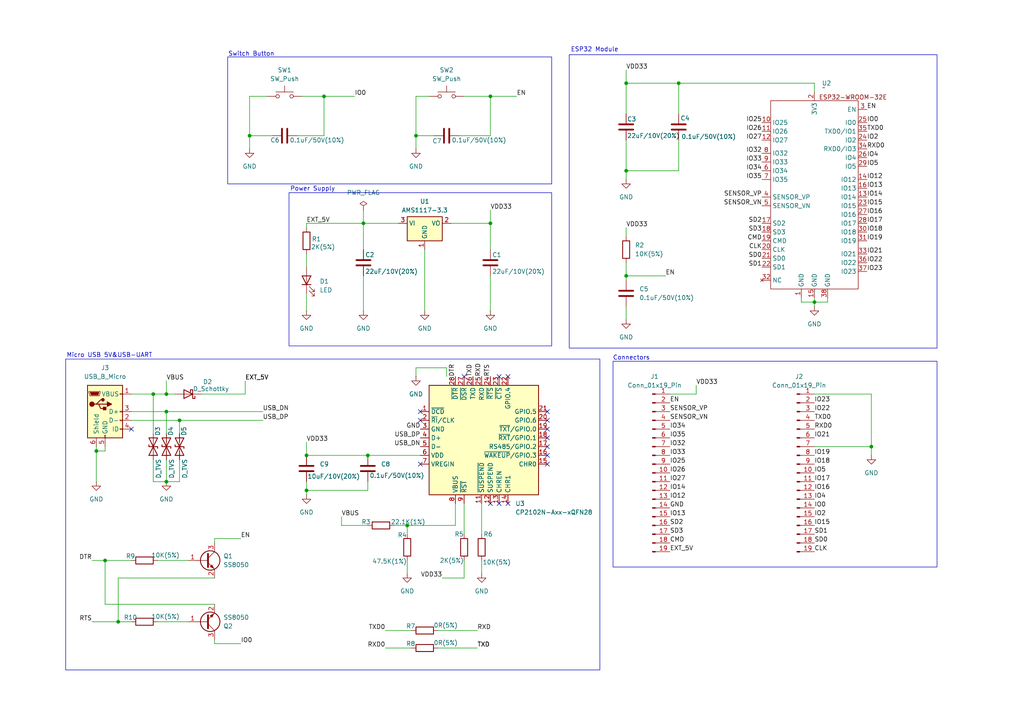
<source format=kicad_sch>
(kicad_sch (version 20250114) (generator "eeschema") (generator_version "9.0")
  (paper "A4")
  (lib_symbols
    (symbol "Connector:Conn_01x19_Pin" (pin_names (offset 1.016) (hide yes))
      (property "Reference" "J" (at 0 25.4 0))
      (property "Value" "Conn_01x19_Pin" (at 0 -25.4 0))
      (symbol "Conn_01x19_Pin_1_1"
        (rectangle (start 0.8636 22.987) (end 0 22.733) (stroke (width 0.1524)) (fill (type outline)))
        (rectangle (start 0.8636 20.447) (end 0 20.193) (stroke (width 0.1524)) (fill (type outline)))
        (rectangle (start 0.8636 17.907) (end 0 17.653) (stroke (width 0.1524)) (fill (type outline)))
        (rectangle (start 0.8636 15.367) (end 0 15.113) (stroke (width 0.1524)) (fill (type outline)))
        (rectangle (start 0.8636 12.827) (end 0 12.573) (stroke (width 0.1524)) (fill (type outline)))
        (rectangle (start 0.8636 10.287) (end 0 10.033) (stroke (width 0.1524)) (fill (type outline)))
        (rectangle (start 0.8636 7.747) (end 0 7.493) (stroke (width 0.1524)) (fill (type outline)))
        (rectangle (start 0.8636 5.207) (end 0 4.953) (stroke (width 0.1524)) (fill (type outline)))
        (rectangle (start 0.8636 2.667) (end 0 2.413) (stroke (width 0.1524)) (fill (type outline)))
        (rectangle (start 0.8636 0.127) (end 0 -0.127) (stroke (width 0.1524)) (fill (type outline)))
        (rectangle (start 0.8636 -2.413) (end 0 -2.667) (stroke (width 0.1524)) (fill (type outline)))
        (rectangle (start 0.8636 -4.953) (end 0 -5.207) (stroke (width 0.1524)) (fill (type outline)))
        (rectangle (start 0.8636 -7.493) (end 0 -7.747) (stroke (width 0.1524)) (fill (type outline)))
        (rectangle (start 0.8636 -10.033) (end 0 -10.287) (stroke (width 0.1524)) (fill (type outline)))
        (rectangle (start 0.8636 -12.573) (end 0 -12.827) (stroke (width 0.1524)) (fill (type outline)))
        (rectangle (start 0.8636 -15.113) (end 0 -15.367) (stroke (width 0.1524)) (fill (type outline)))
        (rectangle (start 0.8636 -17.653) (end 0 -17.907) (stroke (width 0.1524)) (fill (type outline)))
        (rectangle (start 0.8636 -20.193) (end 0 -20.447) (stroke (width 0.1524)) (fill (type outline)))
        (rectangle (start 0.8636 -22.733) (end 0 -22.987) (stroke (width 0.1524)) (fill (type outline)))
        (polyline (pts (xy 1.27 22.86) (xy 0.8636 22.86)) (stroke (width 0.1524)))
        (polyline (pts (xy 1.27 20.32) (xy 0.8636 20.32)) (stroke (width 0.1524)))
        (polyline (pts (xy 1.27 17.78) (xy 0.8636 17.78)) (stroke (width 0.1524)))
        (polyline (pts (xy 1.27 15.24) (xy 0.8636 15.24)) (stroke (width 0.1524)))
        (polyline (pts (xy 1.27 12.7) (xy 0.8636 12.7)) (stroke (width 0.1524)))
        (polyline (pts (xy 1.27 10.16) (xy 0.8636 10.16)) (stroke (width 0.1524)))
        (polyline (pts (xy 1.27 7.62) (xy 0.8636 7.62)) (stroke (width 0.1524)))
        (polyline (pts (xy 1.27 5.08) (xy 0.8636 5.08)) (stroke (width 0.1524)))
        (polyline (pts (xy 1.27 2.54) (xy 0.8636 2.54)) (stroke (width 0.1524)))
        (polyline (pts (xy 1.27 0) (xy 0.8636 0)) (stroke (width 0.1524)))
        (polyline (pts (xy 1.27 -2.54) (xy 0.8636 -2.54)) (stroke (width 0.1524)))
        (polyline (pts (xy 1.27 -5.08) (xy 0.8636 -5.08)) (stroke (width 0.1524)))
        (polyline (pts (xy 1.27 -7.62) (xy 0.8636 -7.62)) (stroke (width 0.1524)))
        (polyline (pts (xy 1.27 -10.16) (xy 0.8636 -10.16)) (stroke (width 0.1524)))
        (polyline (pts (xy 1.27 -12.7) (xy 0.8636 -12.7)) (stroke (width 0.1524)))
        (polyline (pts (xy 1.27 -15.24) (xy 0.8636 -15.24)) (stroke (width 0.1524)))
        (polyline (pts (xy 1.27 -17.78) (xy 0.8636 -17.78)) (stroke (width 0.1524)))
        (polyline (pts (xy 1.27 -20.32) (xy 0.8636 -20.32)) (stroke (width 0.1524)))
        (polyline (pts (xy 1.27 -22.86) (xy 0.8636 -22.86)) (stroke (width 0.1524)))
        (pin passive line (at 5.08 22.86 180) (length 3.81) (name "Pin_1") (number "1"))
        (pin passive line (at 5.08 20.32 180) (length 3.81) (name "Pin_2") (number "2"))
        (pin passive line (at 5.08 17.78 180) (length 3.81) (name "Pin_3") (number "3"))
        (pin passive line (at 5.08 15.24 180) (length 3.81) (name "Pin_4") (number "4"))
        (pin passive line (at 5.08 12.7 180) (length 3.81) (name "Pin_5") (number "5"))
        (pin passive line (at 5.08 10.16 180) (length 3.81) (name "Pin_6") (number "6"))
        (pin passive line (at 5.08 7.62 180) (length 3.81) (name "Pin_7") (number "7"))
        (pin passive line (at 5.08 5.08 180) (length 3.81) (name "Pin_8") (number "8"))
        (pin passive line (at 5.08 2.54 180) (length 3.81) (name "Pin_9") (number "9"))
        (pin passive line (at 5.08 0 180) (length 3.81) (name "Pin_10") (number "10"))
        (pin passive line (at 5.08 -2.54 180) (length 3.81) (name "Pin_11") (number "11"))
        (pin passive line (at 5.08 -5.08 180) (length 3.81) (name "Pin_12") (number "12"))
        (pin passive line (at 5.08 -7.62 180) (length 3.81) (name "Pin_13") (number "13"))
        (pin passive line (at 5.08 -10.16 180) (length 3.81) (name "Pin_14") (number "14"))
        (pin passive line (at 5.08 -12.7 180) (length 3.81) (name "Pin_15") (number "15"))
        (pin passive line (at 5.08 -15.24 180) (length 3.81) (name "Pin_16") (number "16"))
        (pin passive line (at 5.08 -17.78 180) (length 3.81) (name "Pin_17") (number "17"))
        (pin passive line (at 5.08 -20.32 180) (length 3.81) (name "Pin_18") (number "18"))
        (pin passive line (at 5.08 -22.86 180) (length 3.81) (name "Pin_19") (number "19"))
      )
    )
    (symbol "Connector:USB_B_Micro" (pin_names (offset 1.016))
      (property "Reference" "J" (at -5.08 11.43 0))
      (property "Value" "USB_B_Micro" (at -5.08 8.89 0))
      (symbol "USB_B_Micro_0_1"
        (rectangle (start -5.08 -7.62) (end 5.08 7.62) (stroke (width 0.254)) (fill (type background)))
        (polyline (pts (xy -4.699 5.842) (xy -4.699 5.588) (xy -4.445 4.826) (xy -4.445 4.572) (xy -1.651 4.572) (xy -1.651 4.826) (xy -1.397 5.588) (xy -1.397 5.842) (xy -4.699 5.842)))
        (polyline (pts (xy -4.318 5.588) (xy -1.778 5.588) (xy -2.032 4.826) (xy -4.064 4.826) (xy -4.318 5.588)) (fill (type outline)))
        (circle (center -3.81 2.159) (radius 0.635) (stroke (width 0.254)) (fill (type outline)))
        (polyline (pts (xy -3.175 2.159) (xy -2.54 2.159) (xy -1.27 3.429) (xy -0.635 3.429)) (stroke (width 0.254)))
        (polyline (pts (xy -2.54 2.159) (xy -1.905 2.159) (xy -1.27 0.889) (xy 0 0.889)) (stroke (width 0.254)))
        (polyline (pts (xy -1.905 2.159) (xy 0.635 2.159)) (stroke (width 0.254)))
        (circle (center -0.635 3.429) (radius 0.381) (stroke (width 0.254)) (fill (type outline)))
        (rectangle (start -0.127 -7.62) (end 0.127 -6.858))
        (rectangle (start 0.254 1.27) (end -0.508 0.508) (stroke (width 0.254)) (fill (type outline)))
        (polyline (pts (xy 0.635 2.794) (xy 0.635 1.524) (xy 1.905 2.159) (xy 0.635 2.794)) (stroke (width 0.254)) (fill (type outline)))
        (rectangle (start 5.08 4.953) (end 4.318 5.207))
        (rectangle (start 5.08 -0.127) (end 4.318 0.127))
        (rectangle (start 5.08 -2.667) (end 4.318 -2.413))
        (rectangle (start 5.08 -5.207) (end 4.318 -4.953))
      )
      (symbol "USB_B_Micro_1_1"
        (pin passive line (at -2.54 -10.16 90) (length 2.54) (name "Shield") (number "6"))
        (pin power_out line (at 0 -10.16 90) (length 2.54) (name "GND") (number "5"))
        (pin power_out line (at 7.62 5.08 180) (length 2.54) (name "VBUS") (number "1"))
        (pin bidirectional line (at 7.62 0 180) (length 2.54) (name "D+") (number "3"))
        (pin bidirectional line (at 7.62 -2.54 180) (length 2.54) (name "D-") (number "2"))
        (pin passive line (at 7.62 -5.08 180) (length 2.54) (name "ID") (number "4"))
      )
    )
    (symbol "Device:C" (pin_numbers (hide yes)) (pin_names (offset 0.254))
      (property "Reference" "C" (at 0.635 2.54 0))
      (property "Value" "C" (at 0.635 -2.54 0))
      (symbol "C_0_1"
        (polyline (pts (xy -2.032 0.762) (xy 2.032 0.762)) (stroke (width 0.508)))
        (polyline (pts (xy -2.032 -0.762) (xy 2.032 -0.762)) (stroke (width 0.508)))
      )
      (symbol "C_1_1"
        (pin passive line (at 0 3.81 270) (length 2.794) (name "~") (number "1"))
        (pin passive line (at 0 -3.81 90) (length 2.794) (name "~") (number "2"))
      )
    )
    (symbol "Device:D_Schottky" (pin_numbers (hide yes)) (pin_names (offset 1.016) (hide yes))
      (property "Reference" "D" (at 0 2.54 0))
      (property "Value" "D_Schottky" (at 0 -2.54 0))
      (symbol "D_Schottky_0_1"
        (polyline (pts (xy -1.905 0.635) (xy -1.905 1.27) (xy -1.27 1.27) (xy -1.27 -1.27) (xy -0.635 -1.27) (xy -0.635 -0.635)) (stroke (width 0.254)))
        (polyline (pts (xy 1.27 1.27) (xy 1.27 -1.27) (xy -1.27 0) (xy 1.27 1.27)) (stroke (width 0.254)))
        (polyline (pts (xy 1.27 0) (xy -1.27 0)))
      )
      (symbol "D_Schottky_1_1"
        (pin passive line (at -3.81 0 0) (length 2.54) (name "K") (number "1"))
        (pin passive line (at 3.81 0 180) (length 2.54) (name "A") (number "2"))
      )
    )
    (symbol "Device:D_TVS" (pin_numbers (hide yes)) (pin_names (offset 1.016) (hide yes))
      (property "Reference" "D" (at 0 2.54 0))
      (property "Value" "D_TVS" (at 0 -2.54 0))
      (symbol "D_TVS_0_1"
        (polyline (pts (xy -2.54 1.27) (xy -2.54 -1.27) (xy 2.54 1.27) (xy 2.54 -1.27) (xy -2.54 1.27)) (stroke (width 0.254)))
        (polyline (pts (xy 0.508 1.27) (xy 0 1.27) (xy 0 -1.27) (xy -0.508 -1.27)) (stroke (width 0.254)))
        (polyline (pts (xy 1.27 0) (xy -1.27 0)))
      )
      (symbol "D_TVS_1_1"
        (pin passive line (at -3.81 0 0) (length 2.54) (name "A1") (number "1"))
        (pin passive line (at 3.81 0 180) (length 2.54) (name "A2") (number "2"))
      )
    )
    (symbol "Device:LED" (pin_numbers (hide yes)) (pin_names (offset 1.016) (hide yes))
      (property "Reference" "D" (at 0 2.54 0))
      (property "Value" "LED" (at 0 -2.54 0))
      (symbol "LED_0_1"
        (polyline (pts (xy -3.048 -0.762) (xy -4.572 -2.286) (xy -3.81 -2.286) (xy -4.572 -2.286) (xy -4.572 -1.524)))
        (polyline (pts (xy -1.778 -0.762) (xy -3.302 -2.286) (xy -2.54 -2.286) (xy -3.302 -2.286) (xy -3.302 -1.524)))
        (polyline (pts (xy -1.27 0) (xy 1.27 0)))
        (polyline (pts (xy -1.27 -1.27) (xy -1.27 1.27)) (stroke (width 0.254)))
        (polyline (pts (xy 1.27 -1.27) (xy 1.27 1.27) (xy -1.27 0) (xy 1.27 -1.27)) (stroke (width 0.254)))
      )
      (symbol "LED_1_1"
        (pin passive line (at -3.81 0 0) (length 2.54) (name "K") (number "1"))
        (pin passive line (at 3.81 0 180) (length 2.54) (name "A") (number "2"))
      )
    )
    (symbol "Device:R" (pin_numbers (hide yes)) (pin_names (offset 0))
      (property "Reference" "R" (at 2.032 0 90))
      (property "Value" "R" (at 0 0 90))
      (symbol "R_0_1"
        (rectangle (start -1.016 -2.54) (end 1.016 2.54) (stroke (width 0.254)))
      )
      (symbol "R_1_1"
        (pin passive line (at 0 3.81 270) (length 1.27) (name "~") (number "1"))
        (pin passive line (at 0 -3.81 90) (length 1.27) (name "~") (number "2"))
      )
    )
    (symbol "Interface_USB:CP2102N-Axx-xQFN28"
      (property "Reference" "U" (at 8.89 26.67 0))
      (property "Value" "CP2102N-Axx-xQFN28" (at 36.068 38.1 0))
      (symbol "CP2102N-Axx-xQFN28_0_1"
        (rectangle (start -1.27 25.4) (end 30.48 -6.35) (stroke (width 0.254)) (fill (type background)))
      )
      (symbol "CP2102N-Axx-xQFN28_1_1"
        (pin input line (at -3.81 17.78 0) (length 2.54) (name "~{DCD}") (number "1"))
        (pin bidirectional line (at -3.81 15.24 0) (length 2.54) (name "~{RI}/CLK") (number "2"))
        (pin power_in line (at -3.81 12.7 0) (length 2.54) (name "GND") (number "3"))
        (pin bidirectional line (at -3.81 10.16 0) (length 2.54) (name "D+") (number "4"))
        (pin bidirectional line (at -3.81 7.62 0) (length 2.54) (name "D-") (number "5"))
        (pin power_in line (at -3.81 5.08 0) (length 2.54) (name "VDD") (number "6"))
        (pin power_in line (at -3.81 2.54 0) (length 2.54) (name "VREGIN") (number "7"))
        (pin passive line (at 3.81 27.94 270) (length 2.54) (hide yes) (name "GND") (number "29"))
        (pin output line (at 6.35 27.94 270) (length 2.54) (name "~{DTR}") (number "28"))
        (pin input line (at 6.35 -8.89 90) (length 2.54) (name "VBUS") (number "8"))
        (pin input line (at 8.89 27.94 270) (length 2.54) (name "~{DSR}") (number "27"))
        (pin input line (at 8.89 -8.89 90) (length 2.54) (name "~{RST}") (number "9"))
        (pin output line (at 11.43 27.94 270) (length 2.54) (name "TXD") (number "26"))
        (pin no_connect line (at 11.43 -8.89 90) (length 2.54) (hide yes) (name "NC") (number "10"))
        (pin input line (at 13.97 27.94 270) (length 2.54) (name "RXD") (number "25"))
        (pin output line (at 13.97 -8.89 90) (length 2.54) (name "~{SUSPEND}") (number "11"))
        (pin output line (at 16.51 27.94 270) (length 2.54) (name "~{RTS}") (number "24"))
        (pin output line (at 16.51 -8.89 90) (length 2.54) (name "SUSPEND") (number "12"))
        (pin input line (at 19.05 27.94 270) (length 2.54) (name "~{CTS}") (number "23"))
        (pin output line (at 19.05 -8.89 90) (length 2.54) (name "CHREN") (number "13"))
        (pin bidirectional line (at 21.59 27.94 270) (length 2.54) (name "GPIO.4") (number "22"))
        (pin output line (at 21.59 -8.89 90) (length 2.54) (name "CHR1") (number "14"))
        (pin bidirectional line (at 33.02 17.78 180) (length 2.54) (name "GPIO.5") (number "21"))
        (pin bidirectional line (at 33.02 15.24 180) (length 2.54) (name "GPIO.6") (number "20"))
        (pin bidirectional line (at 33.02 12.7 180) (length 2.54) (name "~{TXT}/GPIO.0") (number "19"))
        (pin bidirectional line (at 33.02 10.16 180) (length 2.54) (name "~{RXT}/GPIO.1") (number "18"))
        (pin bidirectional line (at 33.02 7.62 180) (length 2.54) (name "RS485/GPIO.2") (number "17"))
        (pin bidirectional line (at 33.02 5.08 180) (length 2.54) (name "~{WAKEUP}/GPIO.3") (number "16"))
        (pin output line (at 33.02 2.54 180) (length 2.54) (name "CHR0") (number "15"))
      )
    )
    (symbol "Regulator_Linear:AMS1117-3.3"
      (property "Reference" "U" (at -3.81 3.175 0))
      (property "Value" "AMS1117-3.3" (at 0 3.175 0))
      (symbol "AMS1117-3.3_0_1"
        (rectangle (start -5.08 -5.08) (end 5.08 1.905) (stroke (width 0.254)) (fill (type background)))
      )
      (symbol "AMS1117-3.3_1_1"
        (pin power_in line (at -7.62 0 0) (length 2.54) (name "VI") (number "3"))
        (pin power_in line (at 0 -7.62 90) (length 2.54) (name "GND") (number "1"))
        (pin power_out line (at 7.62 0 180) (length 2.54) (name "VO") (number "2"))
      )
    )
    (symbol "Switch:SW_Push" (pin_numbers (hide yes)) (pin_names (offset 1.016) (hide yes))
      (property "Reference" "SW" (at 1.27 2.54 0))
      (property "Value" "SW_Push" (at 0 -1.524 0))
      (symbol "SW_Push_0_1"
        (circle (center -2.032 0) (radius 0.508))
        (polyline (pts (xy 0 1.27) (xy 0 3.048)))
        (circle (center 2.032 0) (radius 0.508))
        (polyline (pts (xy 2.54 1.27) (xy -2.54 1.27)))
        (pin passive line (at -5.08 0 0) (length 2.54) (name "1") (number "1"))
        (pin passive line (at 5.08 0 180) (length 2.54) (name "2") (number "2"))
      )
    )
    (symbol "Transistor_BJT:SS8050" (pin_names (offset 0) (hide yes))
      (property "Reference" "Q" (at 5.08 1.905 0))
      (property "Value" "SS8050" (at 5.08 0 0))
      (symbol "SS8050_0_1"
        (polyline (pts (xy -2.54 0) (xy 0.635 0)))
        (polyline (pts (xy 0.635 1.905) (xy 0.635 -1.905)) (stroke (width 0.508)))
        (circle (center 1.27 0) (radius 2.8194) (stroke (width 0.254)))
      )
      (symbol "SS8050_1_1"
        (polyline (pts (xy 0.635 0.635) (xy 2.54 2.54)))
        (polyline (pts (xy 0.635 -0.635) (xy 2.54 -2.54)))
        (polyline (pts (xy 1.27 -1.778) (xy 1.778 -1.27) (xy 2.286 -2.286) (xy 1.27 -1.778)) (fill (type outline)))
        (pin input line (at -5.08 0 0) (length 2.54) (name "B") (number "1"))
        (pin passive line (at 2.54 5.08 270) (length 2.54) (name "C") (number "3"))
        (pin passive line (at 2.54 -5.08 90) (length 2.54) (name "E") (number "2"))
      )
    )
    (symbol "esp32:esp32-wroom-32e"
      (property "Reference" "U" (at -17.78 -15.24 0))
      (symbol "esp32-wroom-32e_0_1"
        (rectangle (start -12.7 26.67) (end 12.7 -27.94))
      )
      (symbol "esp32-wroom-32e_1_1"
        (text "ESP32-WROOM-32E" (at 11.176 27.686 0) (effects (font (size 1.27 1.27))))
        (pin bidirectional line (at -15.24 20.32 0) (length 2.54) (name "IO25") (number "10"))
        (pin bidirectional line (at -15.24 17.78 0) (length 2.54) (name "IO26") (number "11"))
        (pin bidirectional line (at -15.24 15.24 0) (length 2.54) (name "IO27") (number "12"))
        (pin bidirectional line (at -15.24 11.43 0) (length 2.54) (name "IO32") (number "8"))
        (pin bidirectional line (at -15.24 8.89 0) (length 2.54) (name "IO33") (number "9"))
        (pin bidirectional line (at -15.24 6.35 0) (length 2.54) (name "IO34") (number "6"))
        (pin bidirectional line (at -15.24 3.81 0) (length 2.54) (name "IO35") (number "7"))
        (pin input line (at -15.24 -1.27 0) (length 2.54) (name "SENSOR_VP") (number "4"))
        (pin input line (at -15.24 -3.81 0) (length 2.54) (name "SENSOR_VN") (number "5"))
        (pin bidirectional line (at -15.24 -8.89 0) (length 2.54) (name "SD2") (number "17"))
        (pin bidirectional line (at -15.24 -11.43 0) (length 2.54) (name "SD3") (number "18"))
        (pin input line (at -15.24 -13.97 0) (length 2.54) (name "CMD") (number "19"))
        (pin input line (at -15.24 -16.51 0) (length 2.54) (name "CLK") (number "20"))
        (pin bidirectional line (at -15.24 -19.05 0) (length 2.54) (name "SD0") (number "21"))
        (pin bidirectional line (at -15.24 -21.59 0) (length 2.54) (name "SD1") (number "22"))
        (pin no_connect line (at -15.24 -25.4 0) (length 2.54) (name "NC") (number "32"))
        (pin power_in line (at -3.81 -30.48 90) (length 2.54) (name "GND") (number "1"))
        (pin power_in line (at 0 29.21 270) (length 2.54) (name "3V3") (number "2"))
        (pin power_in line (at 0 -30.48 90) (length 2.54) (name "GND") (number "15"))
        (pin power_in line (at 3.81 -30.48 90) (length 2.54) (name "GND") (number "38"))
        (pin input line (at 15.24 24.13 180) (length 2.54) (name "EN") (number "3"))
        (pin bidirectional line (at 15.24 20.32 180) (length 2.54) (name "IO0") (number "25"))
        (pin bidirectional line (at 15.24 17.78 180) (length 2.54) (name "TXD0/IO1") (number "35"))
        (pin bidirectional line (at 15.24 15.24 180) (length 2.54) (name "IO2") (number "24"))
        (pin bidirectional line (at 15.24 12.7 180) (length 2.54) (name "RXD0/IO3") (number "34"))
        (pin bidirectional line (at 15.24 10.16 180) (length 2.54) (name "IO4") (number "26"))
        (pin bidirectional line (at 15.24 7.62 180) (length 2.54) (name "IO5") (number "29"))
        (pin bidirectional line (at 15.24 3.81 180) (length 2.54) (name "IO12") (number "14"))
        (pin bidirectional line (at 15.24 1.27 180) (length 2.54) (name "IO13") (number "16"))
        (pin bidirectional line (at 15.24 -1.27 180) (length 2.54) (name "IO14") (number "13"))
        (pin bidirectional line (at 15.24 -3.81 180) (length 2.54) (name "IO15") (number "23"))
        (pin bidirectional line (at 15.24 -6.35 180) (length 2.54) (name "IO16") (number "27"))
        (pin bidirectional line (at 15.24 -8.89 180) (length 2.54) (name "IO17") (number "28"))
        (pin bidirectional line (at 15.24 -11.43 180) (length 2.54) (name "IO18") (number "30"))
        (pin bidirectional line (at 15.24 -13.97 180) (length 2.54) (name "IO19") (number "31"))
        (pin bidirectional line (at 15.24 -17.78 180) (length 2.54) (name "IO21") (number "33"))
        (pin bidirectional line (at 15.24 -20.32 180) (length 2.54) (name "IO22") (number "36"))
        (pin bidirectional line (at 15.24 -22.86 180) (length 2.54) (name "IO23") (number "37"))
      )
    )
    (symbol "power:GND" (power) (pin_numbers (hide yes)) (pin_names (offset 0) (hide yes))
      (property "Value" "GND" (at 0 -3.81 0))
      (symbol "GND_0_1"
        (polyline (pts (xy 0 0) (xy 0 -1.27) (xy 1.27 -1.27) (xy 0 -2.54) (xy -1.27 -1.27) (xy 0 -1.27)))
      )
      (symbol "GND_1_1"
        (pin power_in line (at 0 0 270) (length 0) (name "~") (number "1"))
      )
    )
    (symbol "power:PWR_FLAG" (power) (pin_numbers (hide yes)) (pin_names (offset 0) (hide yes))
      (property "Value" "PWR_FLAG" (at 0 3.81 0))
      (symbol "PWR_FLAG_0_0"
        (pin power_out line (at 0 0 90) (length 0) (name "~") (number "1"))
      )
      (symbol "PWR_FLAG_0_1"
        (polyline (pts (xy 0 0) (xy 0 1.27) (xy -1.016 1.905) (xy 0 2.54) (xy 1.016 1.905) (xy 0 1.27)))
      )
    )
  )
  (rectangle (start 177.8 104.775) (end 271.78 164.465))
  (rectangle (start 165.1 15.875) (end 271.78 100.965))
  (rectangle (start 19.05 104.14) (end 173.99 194.31))
  (rectangle (start 66.04 16.51) (end 160.02 53.34))
  (rectangle (start 83.82 55.88) (end 160.02 100.33))
  (text "Switch Button" (at 72.898 15.748 0) (effects (font (size 1.27 1.27))))
  (text "Connectors" (at 183.134 103.886 0) (effects (font (size 1.27 1.27))))
  (text "Power Supply" (at 90.678 54.864 0) (effects (font (size 1.27 1.27))))
  (text "ESP32 Module" (at 172.466 14.478 0) (effects (font (size 1.27 1.27))))
  (text "Micro USB 5V&USB-UART" (at 31.75 103.124 0) (effects (font (size 1.27 1.27))))
  (junction (at 34.29 180.34))
  (junction (at 120.65 39.37))
  (junction (at 30.48 162.56))
  (junction (at 181.61 49.53))
  (junction (at 93.98 27.94))
  (junction (at 48.26 119.38))
  (junction (at 142.24 64.77))
  (junction (at 88.9 142.24))
  (junction (at 72.39 39.37))
  (junction (at 196.85 24.13))
  (junction (at 105.41 64.77))
  (junction (at 48.26 114.3))
  (junction (at 252.73 129.54))
  (junction (at 181.61 80.01))
  (junction (at 236.22 87.63))
  (junction (at 88.9 132.08))
  (junction (at 44.45 114.3))
  (junction (at 48.26 139.7))
  (junction (at 181.61 24.13))
  (junction (at 27.94 130.81))
  (junction (at 106.68 132.08))
  (junction (at 142.24 27.94))
  (junction (at 118.11 152.4))
  (junction (at 52.07 121.92))
  (no_connect (at 144.78 109.22))
  (no_connect (at 147.32 109.22))
  (no_connect (at 158.75 127))
  (no_connect (at 147.32 146.05))
  (no_connect (at 134.62 109.22))
  (no_connect (at 144.78 146.05))
  (no_connect (at 121.92 134.62))
  (no_connect (at 158.75 124.46))
  (no_connect (at 121.92 119.38))
  (no_connect (at 38.1 124.46))
  (no_connect (at 158.75 121.92))
  (no_connect (at 142.24 146.05))
  (no_connect (at 158.75 134.62))
  (no_connect (at 158.75 129.54))
  (no_connect (at 158.75 132.08))
  (no_connect (at 158.75 119.38))
  (no_connect (at 121.92 121.92))
  (wire (pts (xy 196.85 24.13) (xy 196.85 33.02)))
  (wire (pts (xy 181.61 80.01) (xy 193.04 80.01)))
  (wire (pts (xy 142.24 90.17) (xy 142.24 80.01)))
  (wire (pts (xy 88.9 139.7) (xy 88.9 142.24)))
  (wire (pts (xy 142.24 27.94) (xy 149.86 27.94)))
  (wire (pts (xy 26.67 180.34) (xy 34.29 180.34)))
  (wire (pts (xy 38.1 114.3) (xy 44.45 114.3)))
  (wire (pts (xy 115.57 64.77) (xy 105.41 64.77)))
  (wire (pts (xy 88.9 132.08) (xy 106.68 132.08)))
  (wire (pts (xy 181.61 24.13) (xy 181.61 33.02)))
  (wire (pts (xy 181.61 76.2) (xy 181.61 80.01)))
  (wire (pts (xy 45.72 180.34) (xy 54.61 180.34)))
  (wire (pts (xy 52.07 121.92) (xy 52.07 125.73)))
  (wire (pts (xy 120.65 39.37) (xy 120.65 43.18)))
  (wire (pts (xy 120.65 27.94) (xy 120.65 39.37)))
  (wire (pts (xy 124.46 27.94) (xy 120.65 27.94)))
  (wire (pts (xy 127 187.96) (xy 138.43 187.96)))
  (wire (pts (xy 240.03 87.63) (xy 240.03 86.36)))
  (wire (pts (xy 99.06 149.86) (xy 99.06 152.4)))
  (wire (pts (xy 118.11 152.4) (xy 132.08 152.4)))
  (wire (pts (xy 106.68 152.4) (xy 99.06 152.4)))
  (wire (pts (xy 44.45 133.35) (xy 44.45 139.7)))
  (wire (pts (xy 30.48 162.56) (xy 38.1 162.56)))
  (wire (pts (xy 236.22 114.3) (xy 252.73 114.3)))
  (wire (pts (xy 34.29 167.64) (xy 34.29 180.34)))
  (wire (pts (xy 88.9 73.66) (xy 88.9 77.47)))
  (wire (pts (xy 181.61 80.01) (xy 181.61 81.28)))
  (wire (pts (xy 232.41 87.63) (xy 236.22 87.63)))
  (wire (pts (xy 181.61 49.53) (xy 196.85 49.53)))
  (wire (pts (xy 48.26 110.49) (xy 48.26 114.3)))
  (wire (pts (xy 48.26 114.3) (xy 50.8 114.3)))
  (wire (pts (xy 142.24 39.37) (xy 142.24 27.94)))
  (wire (pts (xy 134.62 27.94) (xy 142.24 27.94)))
  (wire (pts (xy 72.39 39.37) (xy 78.74 39.37)))
  (wire (pts (xy 252.73 114.3) (xy 252.73 129.54)))
  (wire (pts (xy 48.26 139.7) (xy 52.07 139.7)))
  (wire (pts (xy 201.93 111.76) (xy 201.93 114.3)))
  (wire (pts (xy 105.41 60.96) (xy 105.41 64.77)))
  (wire (pts (xy 134.62 162.56) (xy 134.62 167.64)))
  (wire (pts (xy 105.41 80.01) (xy 105.41 90.17)))
  (wire (pts (xy 134.62 146.05) (xy 134.62 154.94)))
  (wire (pts (xy 106.68 142.24) (xy 106.68 139.7)))
  (wire (pts (xy 48.26 119.38) (xy 48.26 125.73)))
  (wire (pts (xy 62.23 186.69) (xy 69.85 186.69)))
  (wire (pts (xy 142.24 60.96) (xy 142.24 64.77)))
  (wire (pts (xy 72.39 39.37) (xy 72.39 27.94)))
  (wire (pts (xy 62.23 156.21) (xy 69.85 156.21)))
  (wire (pts (xy 38.1 119.38) (xy 48.26 119.38)))
  (wire (pts (xy 62.23 185.42) (xy 62.23 186.69)))
  (wire (pts (xy 44.45 139.7) (xy 48.26 139.7)))
  (wire (pts (xy 236.22 24.13) (xy 236.22 26.67)))
  (wire (pts (xy 181.61 88.9) (xy 181.61 92.71)))
  (wire (pts (xy 88.9 142.24) (xy 88.9 143.51)))
  (wire (pts (xy 128.27 167.64) (xy 134.62 167.64)))
  (wire (pts (xy 118.11 162.56) (xy 118.11 166.37)))
  (wire (pts (xy 52.07 121.92) (xy 76.2 121.92)))
  (wire (pts (xy 44.45 114.3) (xy 48.26 114.3)))
  (wire (pts (xy 130.81 64.77) (xy 142.24 64.77)))
  (wire (pts (xy 123.19 72.39) (xy 123.19 90.17)))
  (wire (pts (xy 44.45 114.3) (xy 44.45 125.73)))
  (wire (pts (xy 118.11 152.4) (xy 118.11 154.94)))
  (wire (pts (xy 52.07 139.7) (xy 52.07 133.35)))
  (wire (pts (xy 105.41 64.77) (xy 88.9 64.77)))
  (wire (pts (xy 111.76 182.88) (xy 119.38 182.88)))
  (wire (pts (xy 142.24 64.77) (xy 142.24 72.39)))
  (wire (pts (xy 236.22 129.54) (xy 252.73 129.54)))
  (wire (pts (xy 58.42 114.3) (xy 71.12 114.3)))
  (wire (pts (xy 120.65 106.68) (xy 129.54 106.68)))
  (wire (pts (xy 129.54 106.68) (xy 129.54 109.22)))
  (wire (pts (xy 62.23 167.64) (xy 34.29 167.64)))
  (wire (pts (xy 106.68 132.08) (xy 121.92 132.08)))
  (wire (pts (xy 139.7 146.05) (xy 139.7 154.94)))
  (wire (pts (xy 114.3 152.4) (xy 118.11 152.4)))
  (wire (pts (xy 30.48 130.81) (xy 30.48 129.54)))
  (wire (pts (xy 181.61 24.13) (xy 196.85 24.13)))
  (wire (pts (xy 132.08 152.4) (xy 132.08 146.05)))
  (wire (pts (xy 71.12 110.49) (xy 71.12 114.3)))
  (wire (pts (xy 62.23 157.48) (xy 62.23 156.21)))
  (wire (pts (xy 34.29 180.34) (xy 38.1 180.34)))
  (wire (pts (xy 38.1 121.92) (xy 52.07 121.92)))
  (wire (pts (xy 88.9 128.27) (xy 88.9 132.08)))
  (wire (pts (xy 236.22 87.63) (xy 236.22 88.9)))
  (wire (pts (xy 88.9 142.24) (xy 106.68 142.24)))
  (wire (pts (xy 139.7 162.56) (xy 139.7 166.37)))
  (wire (pts (xy 26.67 162.56) (xy 30.48 162.56)))
  (wire (pts (xy 62.23 175.26) (xy 30.48 175.26)))
  (wire (pts (xy 120.65 109.22) (xy 120.65 106.68)))
  (wire (pts (xy 27.94 130.81) (xy 30.48 130.81)))
  (wire (pts (xy 88.9 90.17) (xy 88.9 85.09)))
  (wire (pts (xy 45.72 162.56) (xy 54.61 162.56)))
  (wire (pts (xy 72.39 27.94) (xy 77.47 27.94)))
  (wire (pts (xy 181.61 40.64) (xy 181.61 49.53)))
  (wire (pts (xy 181.61 49.53) (xy 181.61 52.07)))
  (wire (pts (xy 30.48 175.26) (xy 30.48 162.56)))
  (wire (pts (xy 232.41 86.36) (xy 232.41 87.63)))
  (wire (pts (xy 27.94 130.81) (xy 27.94 139.7)))
  (wire (pts (xy 181.61 20.32) (xy 181.61 24.13)))
  (wire (pts (xy 93.98 27.94) (xy 102.87 27.94)))
  (wire (pts (xy 120.65 39.37) (xy 125.73 39.37)))
  (wire (pts (xy 196.85 24.13) (xy 236.22 24.13)))
  (wire (pts (xy 181.61 66.04) (xy 181.61 68.58)))
  (wire (pts (xy 48.26 119.38) (xy 76.2 119.38)))
  (wire (pts (xy 72.39 43.18) (xy 72.39 39.37)))
  (wire (pts (xy 236.22 87.63) (xy 240.03 87.63)))
  (wire (pts (xy 196.85 40.64) (xy 196.85 49.53)))
  (wire (pts (xy 48.26 133.35) (xy 48.26 139.7)))
  (wire (pts (xy 236.22 86.36) (xy 236.22 87.63)))
  (wire (pts (xy 105.41 64.77) (xy 105.41 72.39)))
  (wire (pts (xy 127 182.88) (xy 138.43 182.88)))
  (wire (pts (xy 252.73 129.54) (xy 252.73 132.08)))
  (wire (pts (xy 201.93 114.3) (xy 194.31 114.3)))
  (wire (pts (xy 27.94 129.54) (xy 27.94 130.81)))
  (wire (pts (xy 86.36 39.37) (xy 93.98 39.37)))
  (wire (pts (xy 93.98 39.37) (xy 93.98 27.94)))
  (wire (pts (xy 87.63 27.94) (xy 93.98 27.94)))
  (wire (pts (xy 133.35 39.37) (xy 142.24 39.37)))
  (wire (pts (xy 88.9 64.77) (xy 88.9 66.04)))
  (wire (pts (xy 111.76 187.96) (xy 119.38 187.96)))
  (label "SENSOR_VP" (at 194.31 119.38 0))
  (label "EN" (at 194.31 116.84 0))
  (label "IO34" (at 194.31 124.46 0))
  (label "IO19" (at 236.22 132.08 0))
  (label "IO23" (at 236.22 116.84 0))
  (label "RTS" (at 142.24 109.22 90))
  (label "IO13" (at 194.31 149.86 0))
  (label "TXD0" (at 236.22 121.92 0))
  (label "SD1" (at 220.98 77.47 180))
  (label "SD0" (at 236.22 157.48 0))
  (label "USB_DN" (at 121.92 129.54 180))
  (label "SD1" (at 236.22 154.94 0))
  (label "IO15" (at 251.46 59.69 0))
  (label "IO2" (at 251.46 40.64 0))
  (label "IO0" (at 69.85 186.69 0))
  (label "VDD33" (at 142.24 60.96 0))
  (label "DTR" (at 132.08 109.22 90))
  (label "IO4" (at 251.46 45.72 0))
  (label "GND" (at 121.92 124.46 180))
  (label "EXT_5V" (at 71.12 110.49 0))
  (label "IO13" (at 251.46 54.61 0))
  (label "IO0" (at 236.22 147.32 0))
  (label "IO14" (at 251.46 57.15 0))
  (label "IO17" (at 251.46 64.77 0))
  (label "RXD0" (at 111.76 187.96 180))
  (label "IO21" (at 251.46 73.66 0))
  (label "CLK" (at 236.22 160.02 0))
  (label "IO0" (at 251.46 35.56 0))
  (label "IO16" (at 251.46 62.23 0))
  (label "SD2" (at 194.31 152.4 0))
  (label "TXD" (at 138.43 187.96 0))
  (label "VDD33" (at 128.27 167.64 180))
  (label "RXD" (at 139.7 109.22 90))
  (label "IO2" (at 236.22 149.86 0))
  (label "IO27" (at 194.31 139.7 0))
  (label "TXD0" (at 251.46 38.1 0))
  (label "IO19" (at 251.46 69.85 0))
  (label "SENSOR_VN" (at 194.31 121.92 0))
  (label "RXD" (at 138.43 182.88 0))
  (label "IO27" (at 220.98 40.64 180))
  (label "IO16" (at 236.22 142.24 0))
  (label "IO18" (at 236.22 134.62 0))
  (label "IO12" (at 194.31 144.78 0))
  (label "IO35" (at 220.98 52.07 180))
  (label "RXD0" (at 236.22 124.46 0))
  (label "EN" (at 251.46 31.75 0))
  (label "DTR" (at 26.67 162.56 180))
  (label "IO5" (at 236.22 137.16 0))
  (label "IO33" (at 194.31 132.08 0))
  (label "USB_DP" (at 76.2 121.92 0))
  (label "SENSOR_VP" (at 220.98 57.15 180))
  (label "EXT_5V" (at 194.31 160.02 0))
  (label "IO0" (at 102.87 27.94 0))
  (label "IO18" (at 251.46 67.31 0))
  (label "IO32" (at 220.98 44.45 180))
  (label "IO25" (at 220.98 35.56 180))
  (label "SD3" (at 220.98 67.31 180))
  (label "USB_DN" (at 76.2 119.38 0))
  (label "VBUS" (at 48.26 110.49 0))
  (label "IO4" (at 236.22 144.78 0))
  (label "TXD" (at 138.43 187.96 0))
  (label "IO25" (at 194.31 134.62 0))
  (label "SD2" (at 220.98 64.77 180))
  (label "EXT_5V" (at 71.12 110.49 0))
  (label "CMD" (at 220.98 69.85 180))
  (label "IO34" (at 220.98 49.53 180))
  (label "VBUS" (at 99.06 149.86 0))
  (label "IO14" (at 194.31 142.24 0))
  (label "EN" (at 193.04 80.01 0))
  (label "IO12" (at 251.46 52.07 0))
  (label "IO17" (at 236.22 139.7 0))
  (label "EN" (at 149.86 27.94 0))
  (label "IO15" (at 236.22 152.4 0))
  (label "IO22" (at 236.22 119.38 0))
  (label "GND" (at 194.31 147.32 0))
  (label "VDD33" (at 181.61 66.04 0))
  (label "RTS" (at 26.67 180.34 180))
  (label "IO32" (at 194.31 129.54 0))
  (label "IO5" (at 251.46 48.26 0))
  (label "USB_DP" (at 121.92 127 180))
  (label "CLK" (at 220.98 72.39 180))
  (label "IO26" (at 220.98 38.1 180))
  (label "IO33" (at 220.98 46.99 180))
  (label "IO22" (at 251.46 76.2 0))
  (label "TXD" (at 137.16 109.22 90))
  (label "IO21" (at 236.22 127 0))
  (label "EN" (at 69.85 156.21 0))
  (label "VDD33" (at 201.93 111.76 0))
  (label "RXD0" (at 251.46 43.18 0))
  (label "EXT_5V" (at 88.9 64.77 0))
  (label "VDD33" (at 181.61 20.32 0))
  (label "TXD0" (at 111.76 182.88 180))
  (label "SENSOR_VN" (at 220.98 59.69 180))
  (label "CMD" (at 194.31 157.48 0))
  (label "SD3" (at 194.31 154.94 0))
  (label "IO35" (at 194.31 127 0))
  (label "SD0" (at 220.98 74.93 180))
  (label "VDD33" (at 88.9 128.27 0))
  (label "IO23" (at 251.46 78.74 0))
  (label "IO26" (at 194.31 137.16 0))
  (symbol (lib_id "Switch:SW_Push") (at 82.55 27.94 0) (unit 1)
    (property "Reference" "SW1" (at 82.55 20.32 0))
    (property "Value" "SW_Push" (at 82.55 22.86 0))
    (property "Footprint" "Button_Switch_SMD:SW_SPST_B3S-1000" (effects (hide yes)))
    (property "Description" "Push button switch, generic, two pins" (effects (hide yes)))
  )
  (symbol (lib_id "Device:D_TVS") (at 52.07 129.54 90) (unit 1)
    (property "Reference" "D5" (at 53.34 123.698 0) (effects (justify right)))
    (property "Value" "D_TVS" (at 53.594 133.096 0) (effects (justify right)))
    (property "Footprint" "Diode_SMD:D_SOD-523" (effects (hide yes)))
    (property "Description" "Bidirectional transient-voltage-suppression diode" (effects (hide yes)))
  )
  (symbol (lib_id "Device:C") (at 82.55 39.37 270) (unit 1)
    (property "Reference" "C6" (at 79.756 40.64 90))
    (property "Value" "0.1uF/50V(10%)" (at 91.948 40.64 90))
    (property "Footprint" "Capacitor_SMD:C_01005_0402Metric" (effects (hide yes)))
    (property "Description" "Unpolarized capacitor" (effects (hide yes)))
  )
  (symbol (lib_id "Connector:USB_B_Micro") (at 30.48 119.38 0) (unit 1)
    (property "Reference" "J3" (at 30.48 106.68 0))
    (property "Value" "USB_B_Micro" (at 30.48 109.22 0))
    (property "Footprint" "Connector_USB:USB_Micro-AB_Molex_47590-0001" (effects (hide yes)))
    (property "Description" "USB Micro Type B connector" (effects (hide yes)))
  )
  (symbol (lib_id "power:GND") (at 139.7 166.37 0) (unit 1)
    (property "Reference" "#PWR013" (effects (hide yes)))
    (property "Value" "GND" (at 139.7 171.45 0))
    (property "Description" "Power symbol creates a global label with name \"GND\" , ground" (effects (hide yes)))
  )
  (symbol (lib_id "Device:C") (at 142.24 76.2 0) (unit 1)
    (property "Reference" "C1" (at 142.748 73.914 0) (effects (justify left)))
    (property "Value" "22uF/10V(20%)" (at 142.748 78.74 0) (effects (justify left)))
    (property "Footprint" "Capacitor_SMD:C_0201_0603Metric" (effects (hide yes)))
    (property "Description" "Unpolarized capacitor" (effects (hide yes)))
  )
  (symbol (lib_id "Device:R") (at 123.19 182.88 90) (unit 1)
    (property "Reference" "R7" (at 119.126 181.61 90))
    (property "Value" "0R(5%)" (at 129.286 181.356 90))
    (property "Footprint" "Resistor_SMD:R_01005_0402Metric" (effects (hide yes)))
    (property "Description" "Resistor" (effects (hide yes)))
  )
  (symbol (lib_id "power:PWR_FLAG") (at 105.41 60.96 0) (unit 1)
    (property "Reference" "#FLG01" (effects (hide yes)))
    (property "Value" "PWR_FLAG" (at 105.41 55.88 0))
    (property "Description" "Special symbol for telling ERC where power comes from" (effects (hide yes)))
  )
  (symbol (lib_id "power:GND") (at 105.41 90.17 0) (unit 1)
    (property "Reference" "#PWR02" (effects (hide yes)))
    (property "Value" "GND" (at 105.41 95.25 0))
    (property "Description" "Power symbol creates a global label with name \"GND\" , ground" (effects (hide yes)))
  )
  (symbol (lib_id "power:GND") (at 123.19 90.17 0) (unit 1)
    (property "Reference" "#PWR01" (effects (hide yes)))
    (property "Value" "GND" (at 123.19 95.25 0))
    (property "Description" "Power symbol creates a global label with name \"GND\" , ground" (effects (hide yes)))
  )
  (symbol (lib_id "Switch:SW_Push") (at 129.54 27.94 0) (unit 1)
    (property "Reference" "SW2" (at 129.54 20.32 0))
    (property "Value" "SW_Push" (at 129.54 22.86 0))
    (property "Footprint" "Button_Switch_SMD:SW_SPST_B3S-1000" (effects (hide yes)))
    (property "Description" "Push button switch, generic, two pins" (effects (hide yes)))
  )
  (symbol (lib_id "power:GND") (at 72.39 43.18 0) (unit 1)
    (property "Reference" "#PWR08" (effects (hide yes)))
    (property "Value" "GND" (at 72.39 48.26 0))
    (property "Description" "Power symbol creates a global label with name \"GND\" , ground" (effects (hide yes)))
  )
  (symbol (lib_id "Transistor_BJT:SS8050") (at 59.69 162.56 0) (unit 1)
    (property "Reference" "Q1" (at 64.77 161.2899 0) (effects (justify left)))
    (property "Value" "SS8050" (at 64.77 163.8299 0) (effects (justify left)))
    (property "Footprint" "Package_TO_SOT_SMD:SOT-23" (effects (hide yes)))
    (property "Datasheet" "http://www.secosgmbh.com/datasheet/products/SSMPTransistor/SOT-23/SS8050.pdf" (effects (hide yes)))
    (property "Description" "General Purpose NPN Transistor, 1.5A Ic, 25V Vce, SOT-23" (effects (hide yes)))
  )
  (symbol (lib_id "Connector:Conn_01x19_Pin") (at 231.14 137.16 0) (unit 1)
    (property "Reference" "J2" (at 231.775 109.22 0))
    (property "Value" "Conn_01x19_Pin" (at 231.775 111.76 0))
    (property "Footprint" "Connector_PinHeader_2.54mm:PinHeader_1x19_P2.54mm_Vertical" (effects (hide yes)))
    (property "Description" "Generic connector, single row, 01x19, script generated" (effects (hide yes)))
  )
  (symbol (lib_id "Device:R") (at 181.61 72.39 0) (unit 1)
    (property "Reference" "R2" (at 184.15 71.1199 0) (effects (justify left)))
    (property "Value" "10K(5%)" (at 184.15 73.6599 0) (effects (justify left)))
    (property "Footprint" "Resistor_SMD:R_01005_0402Metric" (effects (hide yes)))
    (property "Description" "Resistor" (effects (hide yes)))
  )
  (symbol (lib_id "Device:D_TVS") (at 48.26 129.54 90) (unit 1)
    (property "Reference" "D4" (at 49.53 123.698 0) (effects (justify right)))
    (property "Value" "D_TVS" (at 49.784 133.096 0) (effects (justify right)))
    (property "Footprint" "Diode_SMD:D_SOD-523" (effects (hide yes)))
    (property "Description" "Bidirectional transient-voltage-suppression diode" (effects (hide yes)))
  )
  (symbol (lib_id "power:GND") (at 120.65 43.18 0) (unit 1)
    (property "Reference" "#PWR09" (effects (hide yes)))
    (property "Value" "GND" (at 120.65 48.26 0))
    (property "Description" "Power symbol creates a global label with name \"GND\" , ground" (effects (hide yes)))
  )
  (symbol (lib_id "Device:C") (at 181.61 85.09 0) (unit 1)
    (property "Reference" "C5" (at 185.42 83.8199 0) (effects (justify left)))
    (property "Value" "0.1uF/50V(10%)" (at 185.42 86.3599 0) (effects (justify left)))
    (property "Footprint" "Capacitor_SMD:C_01005_0402Metric" (effects (hide yes)))
    (property "Description" "Unpolarized capacitor" (effects (hide yes)))
  )
  (symbol (lib_id "Device:R") (at 41.91 162.56 90) (unit 1)
    (property "Reference" "R9" (at 37.846 161.29 90))
    (property "Value" "10K(5%)" (at 48.006 161.036 90))
    (property "Footprint" "Resistor_SMD:R_01005_0402Metric" (effects (hide yes)))
    (property "Description" "Resistor" (effects (hide yes)))
  )
  (symbol (lib_id "power:GND") (at 88.9 90.17 0) (unit 1)
    (property "Reference" "#PWR03" (effects (hide yes)))
    (property "Value" "GND" (at 88.9 95.25 0))
    (property "Description" "Power symbol creates a global label with name \"GND\" , ground" (effects (hide yes)))
  )
  (symbol (lib_id "Device:D_TVS") (at 44.45 129.54 90) (unit 1)
    (property "Reference" "D3" (at 45.72 123.698 0) (effects (justify right)))
    (property "Value" "D_TVS" (at 45.974 133.096 0) (effects (justify right)))
    (property "Footprint" "Diode_SMD:D_SOD-523" (effects (hide yes)))
    (property "Description" "Bidirectional transient-voltage-suppression diode" (effects (hide yes)))
  )
  (symbol (lib_id "Device:R") (at 139.7 158.75 180) (unit 1)
    (property "Reference" "R6" (at 140.208 154.94 0) (effects (justify right)))
    (property "Value" "10K(5%)" (at 139.954 163.068 0) (effects (justify right)))
    (property "Footprint" "Resistor_SMD:R_01005_0402Metric" (effects (hide yes)))
    (property "Description" "Resistor" (effects (hide yes)))
  )
  (symbol (lib_id "Device:C") (at 196.85 36.83 0) (unit 1)
    (property "Reference" "C4" (at 197.358 34.29 0) (effects (justify left)))
    (property "Value" "0.1uF/50V(10%)" (at 197.612 39.624 0) (effects (justify left)))
    (property "Footprint" "Capacitor_SMD:C_01005_0402Metric" (effects (hide yes)))
    (property "Description" "Unpolarized capacitor" (effects (hide yes)))
  )
  (symbol (lib_id "Device:R") (at 123.19 187.96 90) (unit 1)
    (property "Reference" "R8" (at 119.126 186.69 90))
    (property "Value" "0R(5%)" (at 129.286 186.436 90))
    (property "Footprint" "Resistor_SMD:R_01005_0402Metric" (effects (hide yes)))
    (property "Description" "Resistor" (effects (hide yes)))
  )
  (symbol (lib_id "power:GND") (at 236.22 88.9 0) (unit 1)
    (property "Reference" "#PWR07" (effects (hide yes)))
    (property "Value" "GND" (at 236.22 93.98 0))
    (property "Description" "Power symbol creates a global label with name \"GND\" , ground" (effects (hide yes)))
  )
  (symbol (lib_id "power:GND") (at 181.61 92.71 0) (unit 1)
    (property "Reference" "#PWR06" (effects (hide yes)))
    (property "Value" "GND" (at 181.61 97.79 0))
    (property "Description" "Power symbol creates a global label with name \"GND\" , ground" (effects (hide yes)))
  )
  (symbol (lib_id "Regulator_Linear:AMS1117-3.3") (at 123.19 64.77 0) (unit 1)
    (property "Reference" "U1" (at 123.19 58.42 0))
    (property "Value" "AMS1117-3.3" (at 123.19 60.96 0))
    (property "Footprint" "Package_TO_SOT_SMD:SOT-223-3_TabPin2" (effects (hide yes)))
    (property "Datasheet" "http://www.advanced-monolithic.com/pdf/ds1117.pdf" (effects (hide yes)))
    (property "Description" "1A Low Dropout regulator, positive, 3.3V fixed output, SOT-223" (effects (hide yes)))
  )
  (symbol (lib_id "power:GND") (at 181.61 52.07 0) (unit 1)
    (property "Reference" "#PWR05" (effects (hide yes)))
    (property "Value" "GND" (at 181.61 57.15 0))
    (property "Description" "Power symbol creates a global label with name \"GND\" , ground" (effects (hide yes)))
  )
  (symbol (lib_id "power:GND") (at 252.73 132.08 0) (unit 1)
    (property "Reference" "#PWR010" (effects (hide yes)))
    (property "Value" "GND" (at 252.73 137.16 0))
    (property "Description" "Power symbol creates a global label with name \"GND\" , ground" (effects (hide yes)))
  )
  (symbol (lib_id "Interface_USB:CP2102N-Axx-xQFN28") (at 125.73 137.16 0) (unit 1)
    (property "Reference" "U3" (at 149.4633 146.05 0) (effects (justify left)))
    (property "Value" "CP2102N-Axx-xQFN28" (at 149.4633 148.59 0) (effects (justify left)))
    (property "Footprint" "Package_DFN_QFN:QFN-28-1EP_5x5mm_P0.5mm_EP3.35x3.35mm" (effects (hide yes)))
    (property "Datasheet" "https://www.silabs.com/documents/public/data-sheets/cp2102n-datasheet.pdf" (effects (hide yes)))
    (property "Description" "USB to UART master bridge, QFN-28" (effects (hide yes)))
  )
  (symbol (lib_id "Device:D_Schottky") (at 54.61 114.3 180) (unit 1)
    (property "Reference" "D2" (at 60.198 110.744 0))
    (property "Value" "D_Schottky" (at 61.214 112.776 0))
    (property "Footprint" "Diode_SMD:D_SOD-323" (effects (hide yes)))
    (property "Description" "Schottky diode" (effects (hide yes)))
  )
  (symbol (lib_id "Device:R") (at 118.11 158.75 180) (unit 1)
    (property "Reference" "R4" (at 115.316 155.194 0) (effects (justify right)))
    (property "Value" "47.5K(1%)" (at 107.95 162.814 0) (effects (justify right)))
    (property "Footprint" "Resistor_SMD:R_01005_0402Metric" (effects (hide yes)))
    (property "Description" "Resistor" (effects (hide yes)))
  )
  (symbol (lib_id "Transistor_BJT:SS8050") (at 59.69 180.34 0) (mirror x) (unit 1)
    (property "Reference" "Q2" (at 64.77 181.6101 0) (effects (justify left)))
    (property "Value" "SS8050" (at 64.77 179.0701 0) (effects (justify left)))
    (property "Footprint" "Package_TO_SOT_SMD:SOT-23" (effects (hide yes)))
    (property "Datasheet" "http://www.secosgmbh.com/datasheet/products/SSMPTransistor/SOT-23/SS8050.pdf" (effects (hide yes)))
    (property "Description" "General Purpose NPN Transistor, 1.5A Ic, 25V Vce, SOT-23" (effects (hide yes)))
  )
  (symbol (lib_id "Device:R") (at 134.62 158.75 180) (unit 1)
    (property "Reference" "R5" (at 131.826 154.94 0) (effects (justify right)))
    (property "Value" "2K(5%)" (at 127.508 162.56 0) (effects (justify right)))
    (property "Footprint" "Resistor_SMD:R_01005_0402Metric" (effects (hide yes)))
    (property "Description" "Resistor" (effects (hide yes)))
  )
  (symbol (lib_id "Device:R") (at 41.91 180.34 90) (unit 1)
    (property "Reference" "R10" (at 37.846 179.07 90))
    (property "Value" "10K(5%)" (at 48.006 178.816 90))
    (property "Footprint" "Resistor_SMD:R_01005_0402Metric" (effects (hide yes)))
    (property "Description" "Resistor" (effects (hide yes)))
  )
  (symbol (lib_id "power:GND") (at 88.9 143.51 0) (unit 1)
    (property "Reference" "#PWR011" (effects (hide yes)))
    (property "Value" "GND" (at 88.9 148.59 0))
    (property "Description" "Power symbol creates a global label with name \"GND\" , ground" (effects (hide yes)))
  )
  (symbol (lib_id "Device:C") (at 181.61 36.83 0) (unit 1)
    (property "Reference" "C3" (at 181.864 34.544 0) (effects (justify left)))
    (property "Value" "22uF/10V(20%)" (at 181.864 39.37 0) (effects (justify left)))
    (property "Footprint" "Capacitor_SMD:C_0201_0603Metric" (effects (hide yes)))
    (property "Description" "Unpolarized capacitor" (effects (hide yes)))
  )
  (symbol (lib_id "Device:C") (at 129.54 39.37 270) (unit 1)
    (property "Reference" "C7" (at 126.746 40.894 90))
    (property "Value" "0.1uF/50V(10%)" (at 138.938 40.64 90))
    (property "Footprint" "Capacitor_SMD:C_01005_0402Metric" (effects (hide yes)))
    (property "Description" "Unpolarized capacitor" (effects (hide yes)))
  )
  (symbol (lib_id "Device:C") (at 106.68 135.89 0) (unit 1)
    (property "Reference" "C8" (at 110.49 134.6199 0) (effects (justify left)))
    (property "Value" "0.1uF/50V(10%)" (at 107.188 137.922 0) (effects (justify left)))
    (property "Footprint" "Capacitor_SMD:C_01005_0402Metric" (effects (hide yes)))
    (property "Description" "Unpolarized capacitor" (effects (hide yes)))
  )
  (symbol (lib_id "esp32:esp32-wroom-32e") (at 236.22 55.88 0) (unit 1)
    (property "Reference" "U2" (at 238.3633 24.13 0) (effects (justify left)))
    (property "Value" "~" (at 238.3633 25.4 0) (effects (justify left)))
    (property "Footprint" "esp32:Untitled" (effects (hide yes)))
  )
  (symbol (lib_id "Device:R") (at 110.49 152.4 90) (unit 1)
    (property "Reference" "R3" (at 106.172 151.384 90))
    (property "Value" "22.1K(1%)" (at 118.364 151.384 90))
    (property "Footprint" "Resistor_SMD:R_01005_0402Metric" (effects (hide yes)))
    (property "Description" "Resistor" (effects (hide yes)))
  )
  (symbol (lib_id "Connector:Conn_01x19_Pin") (at 189.23 137.16 0) (unit 1)
    (property "Reference" "J1" (at 189.865 109.22 0))
    (property "Value" "Conn_01x19_Pin" (at 189.865 111.76 0))
    (property "Footprint" "Connector_PinHeader_2.54mm:PinHeader_1x19_P2.54mm_Vertical" (effects (hide yes)))
    (property "Description" "Generic connector, single row, 01x19, script generated" (effects (hide yes)))
  )
  (symbol (lib_id "power:GND") (at 120.65 109.22 0) (unit 1)
    (property "Reference" "#PWR015" (effects (hide yes)))
    (property "Value" "GND" (at 120.65 114.3 0))
    (property "Description" "Power symbol creates a global label with name \"GND\" , ground" (effects (hide yes)))
  )
  (symbol (lib_id "power:GND") (at 142.24 90.17 0) (unit 1)
    (property "Reference" "#PWR04" (effects (hide yes)))
    (property "Value" "GND" (at 142.24 95.25 0))
    (property "Description" "Power symbol creates a global label with name \"GND\" , ground" (effects (hide yes)))
  )
  (symbol (lib_id "Device:C") (at 105.41 76.2 0) (unit 1)
    (property "Reference" "C2" (at 105.918 73.914 0) (effects (justify left)))
    (property "Value" "22uF/10V(20%)" (at 105.918 78.74 0) (effects (justify left)))
    (property "Footprint" "Capacitor_SMD:C_0201_0603Metric" (effects (hide yes)))
    (property "Description" "Unpolarized capacitor" (effects (hide yes)))
  )
  (symbol (lib_id "power:GND") (at 48.26 139.7 0) (unit 1)
    (property "Reference" "#PWR016" (effects (hide yes)))
    (property "Value" "GND" (at 48.26 144.78 0))
    (property "Description" "Power symbol creates a global label with name \"GND\" , ground" (effects (hide yes)))
  )
  (symbol (lib_id "Device:R") (at 88.9 69.85 0) (unit 1)
    (property "Reference" "R1" (at 90.424 69.342 0) (effects (justify left)))
    (property "Value" "2K(5%)" (at 90.17 71.628 0) (effects (justify left)))
    (property "Footprint" "Resistor_SMD:R_01005_0402Metric" (effects (hide yes)))
    (property "Description" "Resistor" (effects (hide yes)))
  )
  (symbol (lib_id "Device:LED") (at 88.9 81.28 90) (unit 1)
    (property "Reference" "D1" (at 92.71 81.5974 90) (effects (justify right)))
    (property "Value" "LED" (at 92.71 84.1374 90) (effects (justify right)))
    (property "Footprint" "LED_SMD:LED_0603_1608Metric" (effects (hide yes)))
    (property "Description" "Light emitting diode" (effects (hide yes)))
    (property "Sim.Pins" "1=K 2=A" (effects (hide yes)))
  )
  (symbol (lib_id "power:GND") (at 118.11 166.37 0) (unit 1)
    (property "Reference" "#PWR012" (effects (hide yes)))
    (property "Value" "GND" (at 118.11 171.45 0))
    (property "Description" "Power symbol creates a global label with name \"GND\" , ground" (effects (hide yes)))
  )
  (symbol (lib_id "Device:C") (at 88.9 135.89 0) (unit 1)
    (property "Reference" "C9" (at 92.71 134.6199 0) (effects (justify left)))
    (property "Value" "10uF/10V(20%)" (at 89.154 138.176 0) (effects (justify left)))
    (property "Footprint" "Capacitor_SMD:C_01005_0402Metric" (effects (hide yes)))
    (property "Description" "Unpolarized capacitor" (effects (hide yes)))
  )
  (symbol (lib_id "power:GND") (at 27.94 139.7 0) (unit 1)
    (property "Reference" "#PWR014" (effects (hide yes)))
    (property "Value" "GND" (at 27.94 144.78 0))
    (property "Description" "Power symbol creates a global label with name \"GND\" , ground" (effects (hide yes)))
  )
)
</source>
